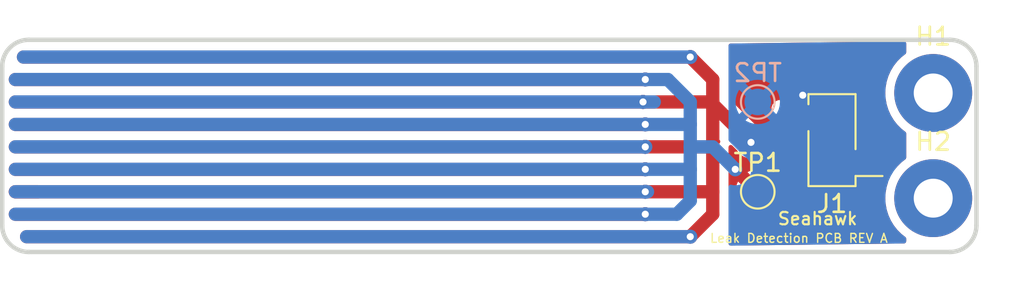
<source format=kicad_pcb>
(kicad_pcb (version 20221018) (generator pcbnew)
  (layers (0 "F.Cu" signal) (31 "B.Cu" signal) (34 "B.Paste" user) (35 "F.Paste" user) (36 "B.SilkS" user "B.Silkscreen") (37 "F.SilkS" user "F.Silkscreen") (38 "B.Mask" user) (39 "F.Mask" user) (44 "Edge.Cuts" user))
  (net 0 "")
  (net 1 "VCC")
  (net 2 "GND")
  (footprint "TestPoint:TestPoint_Pad_D1.5mm" (layer "F.Cu") (at 166.37 116.84)
    (fp_text reference "TP1" (at 0 -1.648) (layer "F.SilkS"))
    (fp_text value "TestPoint")
    (fp_circle (center 0 0) (end 0 0.95) (stroke (width 0.12)) (fill none) (layer "F.SilkS"))
    (pad "1" smd circle (at 0 0) (size 1.5 1.5) (layers "F.Cu" "F.Mask") (net 1 "VCC"))
  )
  (footprint "MountingHole:MountingHole_2.2mm_M2_Pad" (layer "F.Cu") (at 176.276 111.252)
    (fp_text reference "H1" (at 0 -3.2) (layer "F.SilkS"))
    (fp_text value "MountingHole")
    (pad "1" thru_hole circle (at 0 0) (size 4.4 4.4) (drill 2.2) (layers "*.Cu" "*.Mask"))
  )
  (footprint "Connector_PinHeader_2.54mm:PinHeader_1x02_P2.54mm_Vertical_SMD_Pin1Left" (layer "F.Cu") (at 170.561 113.919 180)
    (fp_text reference "J1" (at 0 -3.6) (layer "F.SilkS"))
    (fp_text value "Conn_01x02_Socket")
    (fp_line (start -1.33 -2.6) (end -1.33 -2.03) (stroke (width 0.12)) (layer "F.SilkS"))
    (fp_line (start -1.33 -2.6) (end 1.33 -2.6) (stroke (width 0.12)) (layer "F.SilkS"))
    (fp_line (start -1.33 -2.03) (end -2.85 -2.03) (stroke (width 0.12)) (layer "F.SilkS"))
    (fp_line (start -1.33 -0.51) (end -1.33 2.6) (stroke (width 0.12)) (layer "F.SilkS"))
    (fp_line (start -1.33 2.6) (end 1.33 2.6) (stroke (width 0.12)) (layer "F.SilkS"))
    (fp_line (start 1.33 -2.6) (end 1.33 0.51) (stroke (width 0.12)) (layer "F.SilkS"))
    (fp_line (start 1.33 2.03) (end 1.33 2.6) (stroke (width 0.12)) (layer "F.SilkS"))
    (pad "1" smd rect (at -1.655 -1.27 180) (size 2.51 1) (layers "F.Cu" "F.Paste" "F.Mask") (net 1 "VCC"))
    (pad "2" smd rect (at 1.655 1.27 180) (size 2.51 1) (layers "F.Cu" "F.Paste" "F.Mask") (net 2 "GND"))
  )
  (footprint "MountingHole:MountingHole_2.2mm_M2_Pad" (layer "F.Cu") (at 176.276 117.202)
    (fp_text reference "H2" (at 0 -3.2) (layer "F.SilkS"))
    (fp_text value "MountingHole")
    (pad "1" thru_hole circle (at 0 0) (size 4.4 4.4) (drill 2.2) (layers "*.Cu" "*.Mask"))
  )
  (footprint "TestPoint:TestPoint_Pad_D1.5mm" (layer "B.Cu") (at 166.37 111.76 180)
    (fp_text reference "TP2" (at 0 1.648) (layer "B.SilkS") (effects (justify mirror)))
    (fp_text value "TestPoint")
    (fp_circle (center 0 0) (end 0 -0.95) (stroke (width 0.12)) (fill none) (layer "B.SilkS"))
    (pad "1" smd circle (at 0 0 180) (size 1.5 1.5) (layers "B.Cu" "B.Mask") (net 2 "GND"))
  )
  (gr_arc (start 123.7158 109.745) (mid 124.15514 108.68434) (end 125.2158 108.245) (stroke (width 0.25)) (layer "Edge.Cuts"))
  (gr_arc (start 125.2158 120.245) (mid 124.15514 119.80566) (end 123.7158 118.745) (stroke (width 0.25)) (layer "Edge.Cuts"))
  (gr_line (start 125.2158 120.245) (end 177.2158 120.245) (stroke (width 0.25)) (layer "Edge.Cuts"))
  (gr_line (start 123.7158 109.745) (end 123.7158 118.745) (stroke (width 0.25)) (layer "Edge.Cuts"))
  (gr_arc (start 178.7158 118.745) (mid 178.27646 119.80566) (end 177.2158 120.245) (stroke (width 0.25)) (layer "Edge.Cuts"))
  (gr_line (start 178.7158 118.745) (end 178.7158 109.745) (stroke (width 0.25)) (layer "Edge.Cuts"))
  (gr_arc (start 177.2158 108.245) (mid 178.27646 108.68434) (end 178.7158 109.745) (stroke (width 0.25)) (layer "Edge.Cuts"))
  (gr_line (start 177.2158 108.245) (end 125.2158 108.245) (stroke (width 0.25)) (layer "Edge.Cuts"))
  (gr_text "Leak Detection PCB REV A" (at 163.6268 119.761) (layer "F.SilkS") (effects (font (size 0.5 0.5) (thickness 0.08)) (justify left bottom)))
  (gr_text "Seahawk" (at 167.4368 118.7704) (layer "F.SilkS") (effects (font (size 0.7 0.7) (thickness 0.12) bold) (justify left bottom)))
  (segment (start 124.46 113.03) (end 160.02 113.03) (width 0.75) (layer "F.Cu") (net 1))
  (segment (start 124.46 118.11) (end 160.02 118.11) (width 0.75) (layer "F.Cu") (net 1))
  (segment (start 124.46 110.49) (end 160.02 110.49) (width 0.75) (layer "F.Cu") (net 1))
  (segment (start 124.46 115.57) (end 160.02 115.57) (width 0.75) (layer "F.Cu") (net 1))
  (segment (start 172.851 115.189) (end 168.021 115.189) (width 0.25) (layer "F.Cu") (net 1))
  (segment (start 168.021 115.189) (end 166.37 116.84) (width 0.25) (layer "F.Cu") (net 1))
  (segment (start 165.1 115.57) (end 166.37 116.84) (width 0.75) (layer "F.Cu") (net 1))
  (via (at 160.02 118.11) (size 0.8) (drill 0.4) (layers "F.Cu" "B.Cu") (net 1))
  (via (at 160.02 115.57) (size 0.8) (drill 0.4) (layers "F.Cu" "B.Cu") (net 1))
  (via (at 160.02 110.49) (size 0.8) (drill 0.4) (layers "F.Cu" "B.Cu") (net 1))
  (via (at 165.1 115.57) (size 0.8) (drill 0.4) (layers "F.Cu" "B.Cu") (net 1))
  (via (at 160.02 113.03) (size 0.8) (drill 0.4) (layers "F.Cu" "B.Cu") (net 1))
  (segment (start 124.46 110.49) (end 160.02 110.49) (width 0.75) (layer "B.Cu") (net 1))
  (segment (start 162.56 113.03) (end 162.56 111.76) (width 0.75) (layer "B.Cu") (net 1))
  (segment (start 161.798 118.11) (end 162.56 117.348) (width 0.75) (layer "B.Cu") (net 1))
  (segment (start 161.29 110.49) (end 160.02 110.49) (width 0.75) (layer "B.Cu") (net 1))
  (segment (start 162.56 117.348) (end 162.56 115.57) (width 0.75) (layer "B.Cu") (net 1))
  (segment (start 162.56 114.3) (end 162.56 113.03) (width 0.75) (layer "B.Cu") (net 1))
  (segment (start 162.56 111.76) (end 161.29 110.49) (width 0.75) (layer "B.Cu") (net 1))
  (segment (start 160.02 113.03) (end 162.56 113.03) (width 0.75) (layer "B.Cu") (net 1))
  (segment (start 124.46 115.57) (end 160.02 115.57) (width 0.75) (layer "B.Cu") (net 1))
  (segment (start 163.83 114.3) (end 165.1 115.57) (width 0.75) (layer "B.Cu") (net 1))
  (segment (start 161.798 118.11) (end 160.02 118.11) (width 0.75) (layer "B.Cu") (net 1))
  (segment (start 124.46 118.11) (end 160.02 118.11) (width 0.75) (layer "B.Cu") (net 1))
  (segment (start 124.46 113.03) (end 160.02 113.03) (width 0.75) (layer "B.Cu") (net 1))
  (segment (start 162.56 115.57) (end 162.56 114.3) (width 0.75) (layer "B.Cu") (net 1))
  (segment (start 162.56 114.3) (end 163.83 114.3) (width 0.75) (layer "B.Cu") (net 1))
  (segment (start 160.02 115.57) (end 162.56 115.57) (width 0.75) (layer "B.Cu") (net 1))
  (segment (start 163.83 111.887) (end 165.989 114.046) (width 0.75) (layer "F.Cu") (net 2))
  (segment (start 124.46 116.84) (end 163.83 116.84) (width 0.75) (layer "F.Cu") (net 2))
  (segment (start 124.46 114.3) (end 163.83 114.3) (width 0.75) (layer "F.Cu") (net 2))
  (segment (start 163.83 111.76) (end 163.83 111.887) (width 0.75) (layer "F.Cu") (net 2))
  (segment (start 169.541 112.01) (end 168.91 111.379) (width 0.25) (layer "F.Cu") (net 2))
  (segment (start 163.83 118.11) (end 163.83 116.84) (width 0.75) (layer "F.Cu") (net 2))
  (segment (start 163.83 114.3) (end 163.83 111.76) (width 0.75) (layer "F.Cu") (net 2))
  (segment (start 162.56 109.22) (end 124.9172 109.22) (width 0.75) (layer "F.Cu") (net 2))
  (segment (start 169.541 112.649) (end 169.541 112.01) (width 0.25) (layer "F.Cu") (net 2))
  (segment (start 125.095 119.38) (end 162.56 119.38) (width 0.75) (layer "F.Cu") (net 2))
  (segment (start 163.83 110.49) (end 162.56 109.22) (width 0.75) (layer "F.Cu") (net 2))
  (segment (start 124.46 111.76) (end 163.83 111.76) (width 0.75) (layer "F.Cu") (net 2))
  (segment (start 125.73 116.84) (end 124.46 116.84) (width 0.75) (layer "F.Cu") (net 2))
  (segment (start 163.83 111.76) (end 163.83 110.49) (width 0.75) (layer "F.Cu") (net 2))
  (segment (start 162.56 119.38) (end 163.83 118.11) (width 0.75) (layer "F.Cu") (net 2))
  (segment (start 164.13 114) (end 163.83 114.3) (width 0.25) (layer "F.Cu") (net 2))
  (segment (start 163.83 116.84) (end 163.83 114.3) (width 0.75) (layer "F.Cu") (net 2))
  (via (at 162.56 119.38) (size 0.8) (drill 0.4) (layers "F.Cu" "B.Cu") (net 2))
  (via (at 160.02 114.3) (size 0.8) (drill 0.4) (layers "F.Cu" "B.Cu") (net 2))
  (via (at 168.91 111.379) (size 0.8) (drill 0.4) (layers "F.Cu" "B.Cu") (net 2))
  (via (at 165.989 114.046) (size 0.8) (drill 0.4) (layers "F.Cu" "B.Cu") (net 2))
  (via (at 162.56 109.22) (size 0.8) (drill 0.4) (layers "F.Cu" "B.Cu") (net 2))
  (via (at 160.02 116.84) (size 0.8) (drill 0.4) (layers "F.Cu" "B.Cu") (net 2))
  (via (at 159.893 111.76) (size 0.8) (drill 0.4) (layers "F.Cu" "B.Cu") (net 2))
  (segment (start 124.46 116.84) (end 160.147 116.84) (width 0.75) (layer "B.Cu") (net 2))
  (segment (start 124.9172 109.22) (end 162.56 109.22) (width 0.75) (layer "B.Cu") (net 2))
  (segment (start 162.56 119.38) (end 125.095 119.38) (width 0.75) (layer "B.Cu") (net 2))
  (segment (start 124.46 114.3) (end 160.02 114.3) (width 0.75) (layer "B.Cu") (net 2))
  (segment (start 124.46 111.76) (end 160.528 111.76) (width 0.75) (layer "B.Cu") (net 2))
  (zone (net 1) (net_name "VCC") (layer "F.Cu") (priority 1) (connect_pads (clearance 0.5)) (min_thickness 0.25) (fill yes (thermal_gap 0.5) (thermal_bridge_width 0.5))
    (polygon (pts (xy 164.719 108.458) (xy 164.719 119.888) (xy 174.752 119.761) (xy 174.752 108.331)))
  )
  (zone (net 2) (net_name "GND") (layer "B.Cu") (connect_pads (clearance 0.5)) (min_thickness 0.25) (fill yes (thermal_gap 0.5) (thermal_bridge_width 0.5))
    (polygon (pts (xy 164.719 108.458) (xy 164.719 119.888) (xy 174.752 119.761) (xy 174.752 108.331)))
  )
)
</source>
